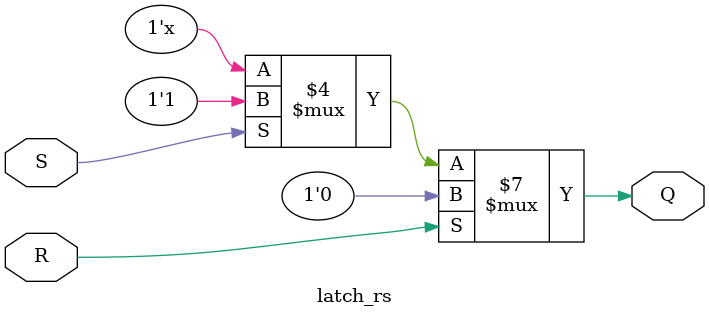
<source format=v>
module latch_rs(
	input R, S, 
	output Q);

  reg Q;
  always @(R or S) begin
    if (R == 1)
      Q <= 0;
    else if (S == 1)
      Q <= 1;
  end
endmodule

</source>
